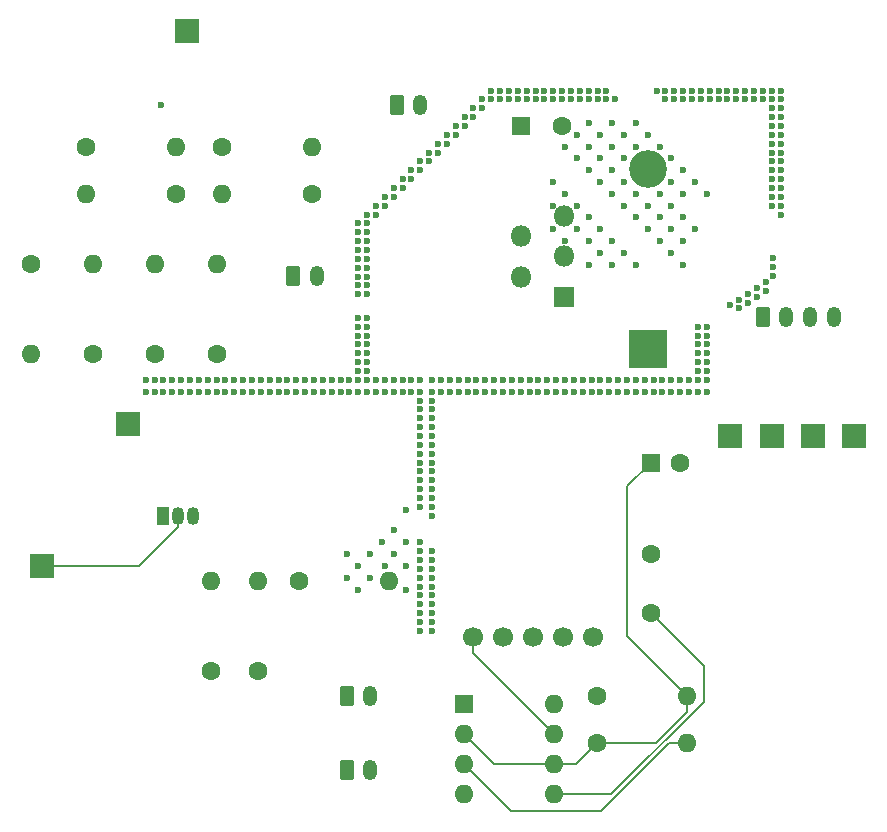
<source format=gbr>
%TF.GenerationSoftware,KiCad,Pcbnew,8.0.5*%
%TF.CreationDate,2025-04-28T01:24:49-04:00*%
%TF.ProjectId,CanSat_Power_Management_Board,43616e53-6174-45f5-906f-7765725f4d61,rev?*%
%TF.SameCoordinates,Original*%
%TF.FileFunction,Copper,L3,Inr*%
%TF.FilePolarity,Positive*%
%FSLAX46Y46*%
G04 Gerber Fmt 4.6, Leading zero omitted, Abs format (unit mm)*
G04 Created by KiCad (PCBNEW 8.0.5) date 2025-04-28 01:24:49*
%MOMM*%
%LPD*%
G01*
G04 APERTURE LIST*
G04 Aperture macros list*
%AMRoundRect*
0 Rectangle with rounded corners*
0 $1 Rounding radius*
0 $2 $3 $4 $5 $6 $7 $8 $9 X,Y pos of 4 corners*
0 Add a 4 corners polygon primitive as box body*
4,1,4,$2,$3,$4,$5,$6,$7,$8,$9,$2,$3,0*
0 Add four circle primitives for the rounded corners*
1,1,$1+$1,$2,$3*
1,1,$1+$1,$4,$5*
1,1,$1+$1,$6,$7*
1,1,$1+$1,$8,$9*
0 Add four rect primitives between the rounded corners*
20,1,$1+$1,$2,$3,$4,$5,0*
20,1,$1+$1,$4,$5,$6,$7,0*
20,1,$1+$1,$6,$7,$8,$9,0*
20,1,$1+$1,$8,$9,$2,$3,0*%
G04 Aperture macros list end*
%TA.AperFunction,ComponentPad*%
%ADD10R,1.600000X1.600000*%
%TD*%
%TA.AperFunction,ComponentPad*%
%ADD11C,1.600000*%
%TD*%
%TA.AperFunction,ComponentPad*%
%ADD12R,2.000000X2.000000*%
%TD*%
%TA.AperFunction,ComponentPad*%
%ADD13O,1.600000X1.600000*%
%TD*%
%TA.AperFunction,ComponentPad*%
%ADD14R,3.200000X3.200000*%
%TD*%
%TA.AperFunction,ComponentPad*%
%ADD15O,3.200000X3.200000*%
%TD*%
%TA.AperFunction,ComponentPad*%
%ADD16RoundRect,0.250000X-0.350000X-0.625000X0.350000X-0.625000X0.350000X0.625000X-0.350000X0.625000X0*%
%TD*%
%TA.AperFunction,ComponentPad*%
%ADD17O,1.200000X1.750000*%
%TD*%
%TA.AperFunction,ComponentPad*%
%ADD18C,1.700000*%
%TD*%
%TA.AperFunction,ComponentPad*%
%ADD19R,1.050000X1.500000*%
%TD*%
%TA.AperFunction,ComponentPad*%
%ADD20O,1.050000X1.500000*%
%TD*%
%TA.AperFunction,ComponentPad*%
%ADD21R,1.800000X1.800000*%
%TD*%
%TA.AperFunction,ComponentPad*%
%ADD22O,1.800000X1.800000*%
%TD*%
%TA.AperFunction,ViaPad*%
%ADD23C,0.600000*%
%TD*%
%TA.AperFunction,Conductor*%
%ADD24C,0.200000*%
%TD*%
G04 APERTURE END LIST*
D10*
%TO.N,Net-(U3-THR)*%
%TO.C,C9*%
X169000000Y-106500000D03*
D11*
%TO.N,GND*%
X171500000Y-106500000D03*
%TD*%
D12*
%TO.N,/5V*%
%TO.C,TP4*%
X186250000Y-104250000D03*
%TD*%
D11*
%TO.N,Net-(J4-Pin_1)*%
%TO.C,R9*%
X135750000Y-124157500D03*
D13*
%TO.N,Net-(Q1-G)*%
X135750000Y-116537500D03*
%TD*%
D11*
%TO.N,Net-(R1-Pad1)*%
%TO.C,R1*%
X116500000Y-89690000D03*
D13*
%TO.N,GND*%
X116500000Y-97310000D03*
%TD*%
D10*
%TO.N,GND*%
%TO.C,U3*%
X153200000Y-126950000D03*
D13*
%TO.N,Net-(U3-THR)*%
X153200000Y-129490000D03*
%TO.N,Net-(U3-Q)*%
X153200000Y-132030000D03*
%TO.N,/5V*%
X153200000Y-134570000D03*
%TO.N,Net-(U3-CV)*%
X160820000Y-134570000D03*
%TO.N,Net-(U3-THR)*%
X160820000Y-132030000D03*
%TO.N,Net-(BZ1-Aux)*%
X160820000Y-129490000D03*
%TO.N,/5V*%
X160820000Y-126950000D03*
%TD*%
D12*
%TO.N,Net-(Q1-G)*%
%TO.C,TP5*%
X117500000Y-115250000D03*
%TD*%
D10*
%TO.N,3.3V*%
%TO.C,Cout5*%
X158000000Y-78000000D03*
D11*
%TO.N,GND*%
X161500000Y-78000000D03*
%TD*%
%TO.N,Net-(R5-Pad2)*%
%TO.C,R6*%
X121190000Y-79750000D03*
D13*
%TO.N,ADC*%
X128810000Y-79750000D03*
%TD*%
D14*
%TO.N,/OUT*%
%TO.C,D1*%
X168750000Y-96870000D03*
D15*
%TO.N,GND*%
X168750000Y-81630000D03*
%TD*%
D11*
%TO.N,Net-(U3-CV)*%
%TO.C,C8*%
X169000000Y-119250000D03*
%TO.N,GND*%
X169000000Y-114250000D03*
%TD*%
%TO.N,Net-(J4-Pin_1)*%
%TO.C,R11*%
X131750000Y-124157500D03*
D13*
%TO.N,Net-(Q1-D)*%
X131750000Y-116537500D03*
%TD*%
D11*
%TO.N,Net-(R4-Pad2)*%
%TO.C,R5*%
X128810000Y-83750000D03*
D13*
%TO.N,Net-(R5-Pad2)*%
X121190000Y-83750000D03*
%TD*%
D12*
%TO.N,3.3V*%
%TO.C,TP3*%
X175750000Y-104250000D03*
%TD*%
%TO.N,GND*%
%TO.C,TP7*%
X182750000Y-104250000D03*
%TD*%
D11*
%TO.N,Net-(R7-Pad2)*%
%TO.C,R8*%
X140310000Y-83750000D03*
D13*
%TO.N,7.4V*%
X132690000Y-83750000D03*
%TD*%
D16*
%TO.N,Net-(J4-Pin_2)*%
%TO.C,J5*%
X143250000Y-132550000D03*
D17*
%TO.N,GND*%
X145250000Y-132550000D03*
%TD*%
D18*
%TO.N,Net-(BZ1-Aux)*%
%TO.C,BZ1*%
X153920000Y-121230000D03*
%TO.N,/5V*%
X156460000Y-121230000D03*
%TO.N,GND*%
X159000000Y-121230000D03*
%TO.N,unconnected-(BZ1-B-Pad4)*%
X161540000Y-121230000D03*
%TO.N,unconnected-(BZ1-Pad5)*%
X164080000Y-121230000D03*
%TD*%
D16*
%TO.N,3.3V*%
%TO.C,J3*%
X178500000Y-94200000D03*
D17*
%TO.N,7.4V*%
X180500000Y-94200000D03*
%TO.N,ADC*%
X182500000Y-94200000D03*
%TO.N,GND*%
X184500000Y-94200000D03*
%TD*%
D12*
%TO.N,Net-(Q1-D)*%
%TO.C,TP6*%
X124750000Y-103250000D03*
%TD*%
D16*
%TO.N,7.4V*%
%TO.C,J1*%
X147500000Y-76200000D03*
D17*
%TO.N,Net-(J1-Pin_2)*%
X149500000Y-76200000D03*
%TD*%
D19*
%TO.N,Net-(Q1-D)*%
%TO.C,Q1*%
X127710000Y-111000000D03*
D20*
%TO.N,Net-(Q1-G)*%
X128980000Y-111000000D03*
%TO.N,GND*%
X130250000Y-111000000D03*
%TD*%
D21*
%TO.N,7.4V*%
%TO.C,U1*%
X161700000Y-92450000D03*
D22*
%TO.N,/OUT*%
X158000000Y-90750000D03*
%TO.N,GND*%
X161700000Y-89050000D03*
%TO.N,3.3V*%
X158000000Y-87350000D03*
%TO.N,GND*%
X161700000Y-85650000D03*
%TD*%
D11*
%TO.N,/5V*%
%TO.C,R12*%
X164440000Y-126250000D03*
D13*
%TO.N,Net-(U3-THR)*%
X172060000Y-126250000D03*
%TD*%
D11*
%TO.N,Net-(U3-THR)*%
%TO.C,R13*%
X164440000Y-130250000D03*
D13*
%TO.N,Net-(U3-Q)*%
X172060000Y-130250000D03*
%TD*%
D11*
%TO.N,Net-(R2-Pad1)*%
%TO.C,R3*%
X127000000Y-97310000D03*
D13*
%TO.N,Net-(R1-Pad1)*%
X127000000Y-89690000D03*
%TD*%
D11*
%TO.N,Net-(R2-Pad1)*%
%TO.C,R4*%
X132250000Y-97310000D03*
D13*
%TO.N,Net-(R4-Pad2)*%
X132250000Y-89690000D03*
%TD*%
D11*
%TO.N,ADC*%
%TO.C,R7*%
X132690000Y-79750000D03*
D13*
%TO.N,Net-(R7-Pad2)*%
X140310000Y-79750000D03*
%TD*%
D11*
%TO.N,Net-(R2-Pad1)*%
%TO.C,R2*%
X121750000Y-97310000D03*
D13*
%TO.N,Net-(R1-Pad1)*%
X121750000Y-89690000D03*
%TD*%
D11*
%TO.N,Net-(Q1-G)*%
%TO.C,R10*%
X139190000Y-116537500D03*
D13*
%TO.N,GND*%
X146810000Y-116537500D03*
%TD*%
D16*
%TO.N,Net-(J1-Pin_2)*%
%TO.C,J2*%
X138750000Y-90700000D03*
D17*
%TO.N,GND*%
X140750000Y-90700000D03*
%TD*%
D16*
%TO.N,Net-(J4-Pin_1)*%
%TO.C,J4*%
X143250000Y-126250000D03*
D17*
%TO.N,Net-(J4-Pin_2)*%
X145250000Y-126250000D03*
%TD*%
D12*
%TO.N,7.4V*%
%TO.C,TP2*%
X179250000Y-104250000D03*
%TD*%
%TO.N,ADC*%
%TO.C,TP1*%
X129750000Y-70000000D03*
%TD*%
D23*
%TO.N,GND*%
X166250000Y-99500000D03*
X129250000Y-100500000D03*
X173250000Y-75750000D03*
X173000000Y-98750000D03*
X165500000Y-99500000D03*
X163250000Y-99500000D03*
X176500000Y-92700000D03*
X150500000Y-103500000D03*
X169250000Y-99500000D03*
X149500000Y-107250000D03*
X147250000Y-112250000D03*
X150500000Y-116250000D03*
X141250000Y-100500000D03*
X148750000Y-81750000D03*
X149500000Y-119250000D03*
X154000000Y-77250000D03*
X164750000Y-78750000D03*
X148000000Y-99500000D03*
X168500000Y-99500000D03*
X142750000Y-100500000D03*
X148000000Y-82500000D03*
X160000000Y-75750000D03*
X167750000Y-85750000D03*
X171750000Y-89750000D03*
X173000000Y-97250000D03*
X156250000Y-75750000D03*
X157250000Y-100500000D03*
X180000000Y-79500000D03*
X159250000Y-75000000D03*
X160750000Y-86750000D03*
X132250000Y-100500000D03*
X127000000Y-100500000D03*
X127750000Y-100500000D03*
X167750000Y-100500000D03*
X150500000Y-118500000D03*
X136750000Y-100500000D03*
X145750000Y-99500000D03*
X154000000Y-76500000D03*
X144250000Y-100500000D03*
X144250000Y-90750000D03*
X161750000Y-99500000D03*
X170750000Y-100500000D03*
X161500000Y-75000000D03*
X128500000Y-100500000D03*
X171750000Y-85750000D03*
X164000000Y-99500000D03*
X139750000Y-100500000D03*
X150500000Y-117000000D03*
X151250000Y-100500000D03*
X158500000Y-75000000D03*
X178750000Y-91200000D03*
X149500000Y-116250000D03*
X180000000Y-78750000D03*
X170750000Y-86750000D03*
X145000000Y-97250000D03*
X178750000Y-91950000D03*
X173750000Y-97250000D03*
X156500000Y-100500000D03*
X137500000Y-100500000D03*
X143500000Y-99500000D03*
X154250000Y-100500000D03*
X151000000Y-80250000D03*
X144250000Y-97250000D03*
X171750000Y-87750000D03*
X144250000Y-90000000D03*
X163250000Y-100500000D03*
X180000000Y-84000000D03*
X145000000Y-87000000D03*
X144250000Y-87000000D03*
X159500000Y-99500000D03*
X146500000Y-84000000D03*
X168750000Y-78750000D03*
X151000000Y-79500000D03*
X130000000Y-99500000D03*
X162750000Y-86750000D03*
X165750000Y-79750000D03*
X132250000Y-99500000D03*
X162750000Y-80750000D03*
X158000000Y-99500000D03*
X166000000Y-75750000D03*
X175500000Y-75000000D03*
X146500000Y-84750000D03*
X149500000Y-120000000D03*
X150500000Y-114750000D03*
X172250000Y-99500000D03*
X144250000Y-87750000D03*
X177000000Y-75750000D03*
X180000000Y-84750000D03*
X174000000Y-75000000D03*
X180000000Y-85500000D03*
X163750000Y-81750000D03*
X144250000Y-94250000D03*
X170750000Y-84750000D03*
X165750000Y-81750000D03*
X169250000Y-100500000D03*
X149500000Y-81000000D03*
X145250000Y-114250000D03*
X136750000Y-99500000D03*
X149500000Y-117000000D03*
X167750000Y-89750000D03*
X177250000Y-92950000D03*
X179250000Y-81000000D03*
X178500000Y-75000000D03*
X161000000Y-99500000D03*
X180000000Y-81750000D03*
X150250000Y-81000000D03*
X148250000Y-117250000D03*
X164750000Y-99500000D03*
X160750000Y-84750000D03*
X127000000Y-99500000D03*
X126250000Y-100500000D03*
X175750000Y-93200000D03*
X146500000Y-99500000D03*
X145000000Y-94250000D03*
X166750000Y-84750000D03*
X179250000Y-84750000D03*
X166750000Y-82750000D03*
X149500000Y-109500000D03*
X150500000Y-102750000D03*
X159500000Y-100500000D03*
X152500000Y-78750000D03*
X149500000Y-99500000D03*
X170000000Y-99500000D03*
X148750000Y-100500000D03*
X163000000Y-75000000D03*
X162250000Y-75000000D03*
X150250000Y-80250000D03*
X158500000Y-75750000D03*
X156250000Y-75000000D03*
X150500000Y-120750000D03*
X179250000Y-83250000D03*
X174000000Y-75750000D03*
X149500000Y-108000000D03*
X127500000Y-76250000D03*
X149500000Y-110250000D03*
X139000000Y-99500000D03*
X145000000Y-96500000D03*
X168750000Y-86750000D03*
X162500000Y-99500000D03*
X150500000Y-110250000D03*
X144250000Y-91500000D03*
X163750000Y-79750000D03*
X180000000Y-75750000D03*
X169750000Y-87750000D03*
X161750000Y-87750000D03*
X169750000Y-83750000D03*
X154750000Y-75750000D03*
X170750000Y-88750000D03*
X140500000Y-99500000D03*
X179250000Y-78000000D03*
X167000000Y-99500000D03*
X145750000Y-85500000D03*
X145000000Y-98000000D03*
X163750000Y-75750000D03*
X173750000Y-100500000D03*
X178000000Y-92450000D03*
X141250000Y-99500000D03*
X150500000Y-101250000D03*
X165750000Y-83750000D03*
X164000000Y-100500000D03*
X150500000Y-107250000D03*
X145000000Y-87750000D03*
X144250000Y-88500000D03*
X147250000Y-114250000D03*
X165250000Y-75000000D03*
X152000000Y-100500000D03*
X164750000Y-100500000D03*
X170750000Y-80750000D03*
X146250000Y-113250000D03*
X151750000Y-79500000D03*
X180000000Y-80250000D03*
X150500000Y-111000000D03*
X134500000Y-100500000D03*
X160750000Y-82750000D03*
X142000000Y-100500000D03*
X149500000Y-100500000D03*
X151750000Y-78750000D03*
X155750000Y-100500000D03*
X149500000Y-105000000D03*
X173750000Y-96500000D03*
X144250000Y-96500000D03*
X145000000Y-88500000D03*
X145000000Y-89250000D03*
X180000000Y-82500000D03*
X150500000Y-119250000D03*
X178000000Y-91700000D03*
X161750000Y-79750000D03*
X149500000Y-117750000D03*
X159250000Y-75750000D03*
X147250000Y-99500000D03*
X179400000Y-89200000D03*
X133000000Y-100500000D03*
X171000000Y-75750000D03*
X145000000Y-92250000D03*
X173000000Y-100500000D03*
X171750000Y-75750000D03*
X174750000Y-75750000D03*
X148750000Y-82500000D03*
X157750000Y-75000000D03*
X171750000Y-75000000D03*
X179250000Y-77250000D03*
X177250000Y-92200000D03*
X152000000Y-99500000D03*
X167000000Y-100500000D03*
X145250000Y-116250000D03*
X143250000Y-114250000D03*
X138250000Y-99500000D03*
X179250000Y-75750000D03*
X146500000Y-100500000D03*
X164750000Y-88750000D03*
X164750000Y-82750000D03*
X138250000Y-100500000D03*
X179250000Y-76500000D03*
X130000000Y-100500000D03*
X168500000Y-100500000D03*
X146500000Y-115250000D03*
X164500000Y-75000000D03*
X155500000Y-75750000D03*
X155750000Y-99500000D03*
X142750000Y-99500000D03*
X176250000Y-75000000D03*
X145000000Y-100500000D03*
X144250000Y-89250000D03*
X179250000Y-79500000D03*
X180000000Y-76500000D03*
X147250000Y-84000000D03*
X145000000Y-90750000D03*
X179400000Y-90700000D03*
X173000000Y-96500000D03*
X142000000Y-99500000D03*
X145000000Y-90000000D03*
X135250000Y-99500000D03*
X173000000Y-95000000D03*
X171000000Y-75000000D03*
X177750000Y-75750000D03*
X127750000Y-99500000D03*
X157000000Y-75000000D03*
X133000000Y-99500000D03*
X163750000Y-89750000D03*
X145000000Y-91500000D03*
X145750000Y-84750000D03*
X148750000Y-99500000D03*
X150500000Y-115500000D03*
X155500000Y-75000000D03*
X179250000Y-81750000D03*
X180000000Y-78000000D03*
X144250000Y-115250000D03*
X150500000Y-102000000D03*
X170750000Y-99500000D03*
X180000000Y-81000000D03*
X163750000Y-75000000D03*
X157000000Y-75750000D03*
X150500000Y-104250000D03*
X174750000Y-75000000D03*
X147250000Y-83250000D03*
X135250000Y-100500000D03*
X160750000Y-75750000D03*
X145000000Y-98750000D03*
X152750000Y-99500000D03*
X161750000Y-100500000D03*
X133750000Y-100500000D03*
X130750000Y-100500000D03*
X176500000Y-93450000D03*
X148250000Y-115250000D03*
X176250000Y-75750000D03*
X143500000Y-100500000D03*
X145000000Y-85500000D03*
X134500000Y-99500000D03*
X149500000Y-120750000D03*
X167750000Y-83750000D03*
X150500000Y-108000000D03*
X177750000Y-75000000D03*
X139000000Y-100500000D03*
X145750000Y-100500000D03*
X165750000Y-89750000D03*
X139750000Y-99500000D03*
X150500000Y-109500000D03*
X167750000Y-99500000D03*
X173000000Y-95750000D03*
X154250000Y-99500000D03*
X179250000Y-82500000D03*
X157250000Y-99500000D03*
X179250000Y-75000000D03*
X169750000Y-79750000D03*
X162750000Y-78750000D03*
X166750000Y-78750000D03*
X145000000Y-95750000D03*
X160250000Y-99500000D03*
X177000000Y-75000000D03*
X164500000Y-75750000D03*
X149500000Y-105750000D03*
X160000000Y-75000000D03*
X171750000Y-81750000D03*
X144250000Y-92250000D03*
X153250000Y-77250000D03*
X144250000Y-95750000D03*
X153500000Y-100500000D03*
X149500000Y-115500000D03*
X149500000Y-101250000D03*
X160750000Y-75000000D03*
X155000000Y-99500000D03*
X153250000Y-78000000D03*
X144250000Y-98750000D03*
X173250000Y-75000000D03*
X130750000Y-99500000D03*
X179250000Y-80250000D03*
X145000000Y-86250000D03*
X150500000Y-105750000D03*
X149500000Y-102750000D03*
X178500000Y-75750000D03*
X170250000Y-75000000D03*
X148000000Y-83250000D03*
X175500000Y-75750000D03*
X152500000Y-78000000D03*
X150500000Y-117750000D03*
X150500000Y-120000000D03*
X163750000Y-77750000D03*
X166750000Y-88750000D03*
X167750000Y-77750000D03*
X173750000Y-98750000D03*
X172750000Y-86750000D03*
X166750000Y-80750000D03*
X149500000Y-103500000D03*
X180000000Y-77250000D03*
X170250000Y-75750000D03*
X149500000Y-114000000D03*
X173000000Y-98000000D03*
X166250000Y-100500000D03*
X158750000Y-99500000D03*
X144250000Y-95000000D03*
X152750000Y-100500000D03*
X143250000Y-116250000D03*
X171500000Y-100500000D03*
X163750000Y-87750000D03*
X162250000Y-75750000D03*
X161750000Y-83750000D03*
X156500000Y-99500000D03*
X161000000Y-100500000D03*
X158750000Y-100500000D03*
X165250000Y-75750000D03*
X169500000Y-75000000D03*
X167750000Y-79750000D03*
X145000000Y-95000000D03*
X149500000Y-118500000D03*
X180000000Y-83250000D03*
X136000000Y-99500000D03*
X163750000Y-85750000D03*
X173000000Y-99500000D03*
X179400000Y-89950000D03*
X158000000Y-100500000D03*
X162750000Y-84750000D03*
X155000000Y-100500000D03*
X163000000Y-75750000D03*
X173750000Y-83750000D03*
X144250000Y-98000000D03*
X150500000Y-108750000D03*
X145000000Y-99500000D03*
X149500000Y-113250000D03*
X153500000Y-99500000D03*
X126250000Y-99500000D03*
X179250000Y-84000000D03*
X136000000Y-100500000D03*
X165500000Y-100500000D03*
X170750000Y-82750000D03*
X128500000Y-99500000D03*
X144250000Y-99500000D03*
X168750000Y-84750000D03*
X150500000Y-106500000D03*
X131500000Y-100500000D03*
X172250000Y-100500000D03*
X131500000Y-99500000D03*
X148250000Y-113250000D03*
X171750000Y-83750000D03*
X144250000Y-117250000D03*
X160250000Y-100500000D03*
X140500000Y-100500000D03*
X172750000Y-82750000D03*
X161500000Y-75750000D03*
X147250000Y-100500000D03*
X151250000Y-99500000D03*
X149500000Y-108750000D03*
X173750000Y-98000000D03*
X148000000Y-100500000D03*
X157750000Y-75750000D03*
X162500000Y-100500000D03*
X150500000Y-100500000D03*
X149500000Y-104250000D03*
X149500000Y-114750000D03*
X173750000Y-95000000D03*
X133750000Y-99500000D03*
X165750000Y-77750000D03*
X149500000Y-106500000D03*
X173750000Y-99500000D03*
X170000000Y-100500000D03*
X169750000Y-85750000D03*
X173750000Y-95750000D03*
X144250000Y-86250000D03*
X172500000Y-75750000D03*
X164750000Y-80750000D03*
X150500000Y-114000000D03*
X179250000Y-78750000D03*
X165750000Y-87750000D03*
X172500000Y-75000000D03*
X137500000Y-99500000D03*
X129250000Y-99500000D03*
X164750000Y-86750000D03*
X150500000Y-99500000D03*
X154750000Y-76500000D03*
X171500000Y-99500000D03*
X149500000Y-81750000D03*
X150500000Y-105000000D03*
X149500000Y-102000000D03*
%TO.N,/5V*%
X148250000Y-110500000D03*
%TO.N,GND*%
X180000000Y-75000000D03*
%TD*%
D24*
%TO.N,Net-(U3-CV)*%
X173500000Y-126750000D02*
X173500000Y-124250000D01*
X169000000Y-119250000D02*
X173500000Y-123750000D01*
X173500000Y-123750000D02*
X173500000Y-124250000D01*
%TO.N,Net-(U3-THR)*%
X172060000Y-126250000D02*
X167000000Y-121190000D01*
X167000000Y-108500000D02*
X169000000Y-106500000D01*
X167000000Y-121190000D02*
X167000000Y-108500000D01*
%TO.N,Net-(U3-CV)*%
X160820000Y-134570000D02*
X165680000Y-134570000D01*
X165680000Y-134570000D02*
X173500000Y-126750000D01*
%TO.N,Net-(BZ1-Aux)*%
X160820000Y-129490000D02*
X153920000Y-122590000D01*
X153920000Y-122590000D02*
X153920000Y-121230000D01*
%TO.N,Net-(U3-THR)*%
X155740000Y-132030000D02*
X153200000Y-129490000D01*
X160820000Y-132030000D02*
X155740000Y-132030000D01*
X169434314Y-130250000D02*
X172060000Y-127624314D01*
X162660000Y-132030000D02*
X164440000Y-130250000D01*
X160820000Y-132030000D02*
X162660000Y-132030000D01*
X172060000Y-127624314D02*
X172060000Y-126250000D01*
X164440000Y-130250000D02*
X169434314Y-130250000D01*
%TO.N,Net-(Q1-G)*%
X125680000Y-115250000D02*
X128980000Y-111950000D01*
X117500000Y-115250000D02*
X125680000Y-115250000D01*
X128980000Y-111950000D02*
X128980000Y-111000000D01*
%TO.N,Net-(U3-Q)*%
X170565686Y-130250000D02*
X172060000Y-130250000D01*
X164815686Y-136000000D02*
X170565686Y-130250000D01*
X153200000Y-132030000D02*
X157170000Y-136000000D01*
X157170000Y-136000000D02*
X164815686Y-136000000D01*
%TD*%
M02*

</source>
